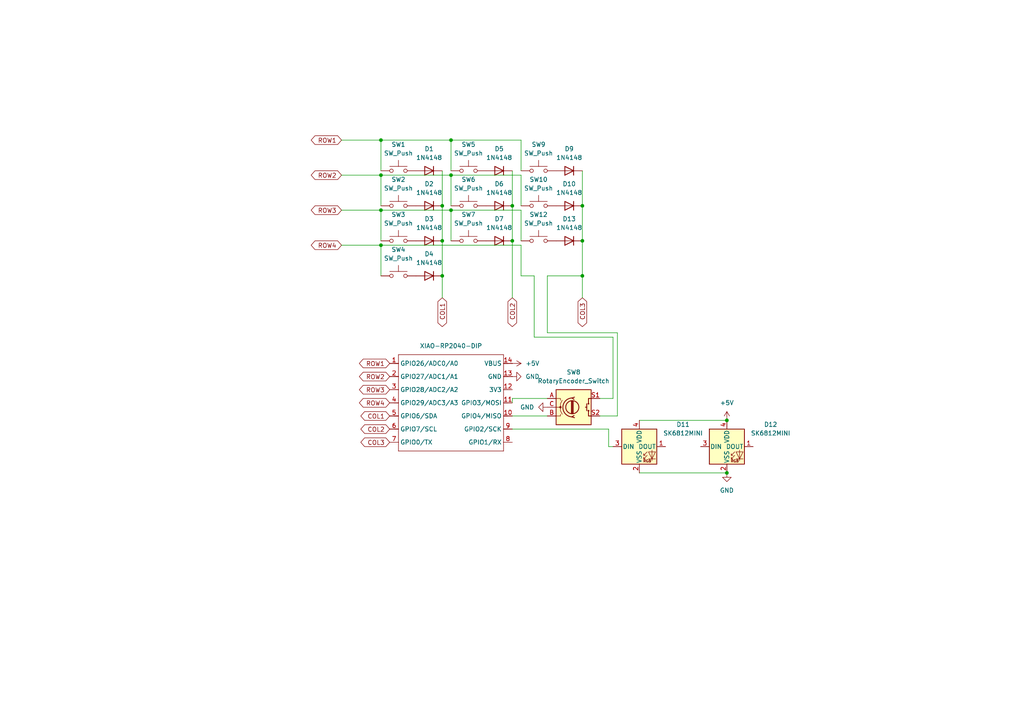
<source format=kicad_sch>
(kicad_sch (version 20250114) (generator "eeschema") (generator_version "9.0")
  (paper "A4")
  (lib_symbols
    (symbol "Device:RotaryEncoder_Switch" (pin_names (offset 0.254) (hide yes))
      (property "Reference" "SW" (at 0 6.604 0))
      (property "Value" "RotaryEncoder_Switch" (at 0 -6.604 0))
      (symbol "RotaryEncoder_Switch_0_1"
        (rectangle (start -5.08 5.08) (end 5.08 -5.08) (stroke (width 0.254)) (fill (type background)))
        (polyline (pts (xy -5.08 2.54) (xy -3.81 2.54) (xy -3.81 2.032)))
        (polyline (pts (xy -5.08 0) (xy -3.81 0) (xy -3.81 -1.016) (xy -3.302 -2.032)))
        (polyline (pts (xy -5.08 -2.54) (xy -3.81 -2.54) (xy -3.81 -2.032)))
        (polyline (pts (xy -4.318 0) (xy -3.81 0) (xy -3.81 1.016) (xy -3.302 2.032)))
        (circle (center -3.81 0) (radius 0.254) (fill (type outline)))
        (polyline (pts (xy -0.635 -1.778) (xy -0.635 1.778)) (stroke (width 0.254)))
        (circle (center -0.381 0) (radius 1.905) (stroke (width 0.254)))
        (polyline (pts (xy -0.381 -1.778) (xy -0.381 1.778)) (stroke (width 0.254)))
        (arc (start -0.381 -2.794) (mid -3.0988 -0.0635) (end -0.381 2.667) (stroke (width 0.254)))
        (polyline (pts (xy -0.127 1.778) (xy -0.127 -1.778)) (stroke (width 0.254)))
        (polyline (pts (xy 0.254 2.921) (xy -0.508 2.667) (xy 0.127 2.286)) (stroke (width 0.254)))
        (polyline (pts (xy 0.254 -3.048) (xy -0.508 -2.794) (xy 0.127 -2.413)) (stroke (width 0.254)))
        (polyline (pts (xy 3.81 1.016) (xy 3.81 -1.016)) (stroke (width 0.254)))
        (polyline (pts (xy 3.81 0) (xy 3.429 0)) (stroke (width 0.254)))
        (circle (center 4.318 1.016) (radius 0.127) (stroke (width 0.254)))
        (circle (center 4.318 -1.016) (radius 0.127) (stroke (width 0.254)))
        (polyline (pts (xy 5.08 2.54) (xy 4.318 2.54) (xy 4.318 1.016)) (stroke (width 0.254)))
        (polyline (pts (xy 5.08 -2.54) (xy 4.318 -2.54) (xy 4.318 -1.016)) (stroke (width 0.254)))
      )
      (symbol "RotaryEncoder_Switch_1_1"
        (pin passive line (at -7.62 2.54 0) (length 2.54) (name "A") (number "A"))
        (pin passive line (at -7.62 0 0) (length 2.54) (name "C") (number "C"))
        (pin passive line (at -7.62 -2.54 0) (length 2.54) (name "B") (number "B"))
        (pin passive line (at 7.62 2.54 180) (length 2.54) (name "S1") (number "S1"))
        (pin passive line (at 7.62 -2.54 180) (length 2.54) (name "S2") (number "S2"))
      )
    )
    (symbol "Diode:1N4148" (pin_numbers (hide yes)) (pin_names (hide yes))
      (property "Reference" "D" (at 0 2.54 0))
      (property "Value" "1N4148" (at 0 -2.54 0))
      (symbol "1N4148_0_1"
        (polyline (pts (xy -1.27 1.27) (xy -1.27 -1.27)) (stroke (width 0.254)))
        (polyline (pts (xy 1.27 1.27) (xy 1.27 -1.27) (xy -1.27 0) (xy 1.27 1.27)) (stroke (width 0.254)))
        (polyline (pts (xy 1.27 0) (xy -1.27 0)))
      )
      (symbol "1N4148_1_1"
        (pin passive line (at -3.81 0 0) (length 2.54) (name "K") (number "1"))
        (pin passive line (at 3.81 0 180) (length 2.54) (name "A") (number "2"))
      )
    )
    (symbol "LED:SK6812MINI" (pin_names (offset 0.254))
      (property "Reference" "D" (at 5.08 5.715 0))
      (property "Value" "SK6812MINI" (at 1.27 -5.715 0))
      (symbol "SK6812MINI_0_0"
        (text "RGB" (at 2.286 -4.191 0) (effects (font (size 0.762 0.762))))
      )
      (symbol "SK6812MINI_0_1"
        (polyline (pts (xy 1.27 -2.54) (xy 1.778 -2.54)))
        (polyline (pts (xy 1.27 -3.556) (xy 1.778 -3.556)))
        (polyline (pts (xy 2.286 -1.524) (xy 1.27 -2.54) (xy 1.27 -2.032)))
        (polyline (pts (xy 2.286 -2.54) (xy 1.27 -3.556) (xy 1.27 -3.048)))
        (polyline (pts (xy 3.683 -1.016) (xy 3.683 -3.556) (xy 3.683 -4.064)))
        (polyline (pts (xy 4.699 -1.524) (xy 2.667 -1.524) (xy 3.683 -3.556) (xy 4.699 -1.524)))
        (polyline (pts (xy 4.699 -3.556) (xy 2.667 -3.556)))
        (rectangle (start 5.08 5.08) (end -5.08 -5.08) (stroke (width 0.254)) (fill (type background)))
      )
      (symbol "SK6812MINI_1_1"
        (pin input line (at -7.62 0 0) (length 2.54) (name "DIN") (number "3"))
        (pin power_in line (at 0 7.62 270) (length 2.54) (name "VDD") (number "4"))
        (pin power_in line (at 0 -7.62 90) (length 2.54) (name "VSS") (number "2"))
        (pin output line (at 7.62 0 180) (length 2.54) (name "DOUT") (number "1"))
      )
    )
    (symbol "OPL:XIAO-RP2040-DIP"
      (property "Reference" "U" (at 0 0 0))
      (property "Value" "XIAO-RP2040-DIP" (at 5.334 -1.778 0))
      (symbol "XIAO-RP2040-DIP_1_0"
        (polyline (pts (xy -1.27 -2.54) (xy 29.21 -2.54)) (stroke (width 0.1524)))
        (polyline (pts (xy -1.27 -5.08) (xy -2.54 -5.08)) (stroke (width 0.1524)))
        (polyline (pts (xy -1.27 -5.08) (xy -1.27 -2.54)) (stroke (width 0.1524)))
        (polyline (pts (xy -1.27 -8.89) (xy -2.54 -8.89)) (stroke (width 0.1524)))
        (polyline (pts (xy -1.27 -8.89) (xy -1.27 -5.08)) (stroke (width 0.1524)))
        (polyline (pts (xy -1.27 -12.7) (xy -2.54 -12.7)) (stroke (width 0.1524)))
        (polyline (pts (xy -1.27 -12.7) (xy -1.27 -8.89)) (stroke (width 0.1524)))
        (polyline (pts (xy -1.27 -16.51) (xy -2.54 -16.51)) (stroke (width 0.1524)))
        (polyline (pts (xy -1.27 -16.51) (xy -1.27 -12.7)) (stroke (width 0.1524)))
        (polyline (pts (xy -1.27 -20.32) (xy -2.54 -20.32)) (stroke (width 0.1524)))
        (polyline (pts (xy -1.27 -24.13) (xy -2.54 -24.13)) (stroke (width 0.1524)))
        (polyline (pts (xy -1.27 -27.94) (xy -2.54 -27.94)) (stroke (width 0.1524)))
        (polyline (pts (xy -1.27 -30.48) (xy -1.27 -16.51)) (stroke (width 0.1524)))
        (polyline (pts (xy 29.21 -2.54) (xy 29.21 -5.08)) (stroke (width 0.1524)))
        (polyline (pts (xy 29.21 -5.08) (xy 29.21 -8.89)) (stroke (width 0.1524)))
        (polyline (pts (xy 29.21 -8.89) (xy 29.21 -12.7)) (stroke (width 0.1524)))
        (polyline (pts (xy 29.21 -12.7) (xy 29.21 -30.48)) (stroke (width 0.1524)))
        (polyline (pts (xy 29.21 -30.48) (xy -1.27 -30.48)) (stroke (width 0.1524)))
        (polyline (pts (xy 30.48 -5.08) (xy 29.21 -5.08)) (stroke (width 0.1524)))
        (polyline (pts (xy 30.48 -8.89) (xy 29.21 -8.89)) (stroke (width 0.1524)))
        (polyline (pts (xy 30.48 -12.7) (xy 29.21 -12.7)) (stroke (width 0.1524)))
        (polyline (pts (xy 30.48 -16.51) (xy 29.21 -16.51)) (stroke (width 0.1524)))
        (polyline (pts (xy 30.48 -20.32) (xy 29.21 -20.32)) (stroke (width 0.1524)))
        (polyline (pts (xy 30.48 -24.13) (xy 29.21 -24.13)) (stroke (width 0.1524)))
        (polyline (pts (xy 30.48 -27.94) (xy 29.21 -27.94)) (stroke (width 0.1524)))
        (pin passive line (at -3.81 -5.08 0) (length 2.54) (name "GPIO26/ADC0/A0") (number "1"))
        (pin passive line (at -3.81 -8.89 0) (length 2.54) (name "GPIO27/ADC1/A1") (number "2"))
        (pin passive line (at -3.81 -12.7 0) (length 2.54) (name "GPIO28/ADC2/A2") (number "3"))
        (pin passive line (at -3.81 -16.51 0) (length 2.54) (name "GPIO29/ADC3/A3") (number "4"))
        (pin passive line (at -3.81 -20.32 0) (length 2.54) (name "GPIO6/SDA") (number "5"))
        (pin passive line (at -3.81 -24.13 0) (length 2.54) (name "GPIO7/SCL") (number "6"))
        (pin passive line (at -3.81 -27.94 0) (length 2.54) (name "GPIO0/TX") (number "7"))
        (pin passive line (at 31.75 -5.08 180) (length 2.54) (name "VBUS") (number "14"))
        (pin passive line (at 31.75 -8.89 180) (length 2.54) (name "GND") (number "13"))
        (pin passive line (at 31.75 -12.7 180) (length 2.54) (name "3V3") (number "12"))
        (pin passive line (at 31.75 -16.51 180) (length 2.54) (name "GPIO3/MOSI") (number "11"))
        (pin passive line (at 31.75 -20.32 180) (length 2.54) (name "GPIO4/MISO") (number "10"))
        (pin passive line (at 31.75 -24.13 180) (length 2.54) (name "GPIO2/SCK") (number "9"))
        (pin passive line (at 31.75 -27.94 180) (length 2.54) (name "GPIO1/RX") (number "8"))
      )
    )
    (symbol "Switch:SW_Push" (pin_numbers (hide yes)) (pin_names (offset 1.016) (hide yes))
      (property "Reference" "SW" (at 1.27 2.54 0))
      (property "Value" "SW_Push" (at 0 -1.524 0))
      (symbol "SW_Push_0_1"
        (circle (center -2.032 0) (radius 0.508))
        (polyline (pts (xy 0 1.27) (xy 0 3.048)))
        (circle (center 2.032 0) (radius 0.508))
        (polyline (pts (xy 2.54 1.27) (xy -2.54 1.27)))
        (pin passive line (at -5.08 0 0) (length 2.54) (name "1") (number "1"))
        (pin passive line (at 5.08 0 180) (length 2.54) (name "2") (number "2"))
      )
    )
    (symbol "power:+5V" (power) (pin_numbers (hide yes)) (pin_names (offset 0) (hide yes))
      (property "Value" "+5V" (at 0 3.556 0))
      (symbol "+5V_0_1"
        (polyline (pts (xy -0.762 1.27) (xy 0 2.54)))
        (polyline (pts (xy 0 2.54) (xy 0.762 1.27)))
        (polyline (pts (xy 0 0) (xy 0 2.54)))
      )
      (symbol "+5V_1_1"
        (pin power_in line (at 0 0 90) (length 0) (name "~") (number "1"))
      )
    )
    (symbol "power:GND" (power) (pin_numbers (hide yes)) (pin_names (offset 0) (hide yes))
      (property "Value" "GND" (at 0 -3.81 0))
      (symbol "GND_0_1"
        (polyline (pts (xy 0 0) (xy 0 -1.27) (xy 1.27 -1.27) (xy 0 -2.54) (xy -1.27 -1.27) (xy 0 -1.27)))
      )
      (symbol "GND_1_1"
        (pin power_in line (at 0 0 270) (length 0) (name "~") (number "1"))
      )
    )
  )
  (junction (at 128.27 80.01))
  (junction (at 128.27 59.69))
  (junction (at 148.59 69.85))
  (junction (at 168.91 59.69))
  (junction (at 168.91 69.85))
  (junction (at 128.27 69.85))
  (junction (at 168.91 80.01))
  (junction (at 130.81 60.96))
  (junction (at 130.81 40.64))
  (junction (at 148.59 59.69))
  (junction (at 130.81 50.8))
  (junction (at 110.49 71.12))
  (junction (at 210.82 137.16))
  (junction (at 110.49 50.8))
  (junction (at 110.49 40.64))
  (junction (at 110.49 60.96))
  (junction (at 210.82 121.92))
  (wire (pts (xy 148.59 69.85) (xy 148.59 86.36)))
  (wire (pts (xy 179.07 96.52) (xy 158.75 96.52)))
  (wire (pts (xy 99.06 60.96) (xy 110.49 60.96)))
  (wire (pts (xy 110.49 49.53) (xy 110.49 40.64)))
  (wire (pts (xy 179.07 120.65) (xy 179.07 96.52)))
  (wire (pts (xy 99.06 50.8) (xy 110.49 50.8)))
  (wire (pts (xy 151.13 49.53) (xy 151.13 40.64)))
  (wire (pts (xy 130.81 60.96) (xy 130.81 69.85)))
  (wire (pts (xy 177.8 97.79) (xy 154.94 97.79)))
  (wire (pts (xy 128.27 80.01) (xy 128.27 86.36)))
  (wire (pts (xy 154.94 80.01) (xy 151.13 80.01)))
  (wire (pts (xy 168.91 80.01) (xy 168.91 86.36)))
  (wire (pts (xy 130.81 40.64) (xy 151.13 40.64)))
  (wire (pts (xy 148.59 120.65) (xy 158.75 120.65)))
  (wire (pts (xy 173.99 115.57) (xy 177.8 115.57)))
  (wire (pts (xy 151.13 80.01) (xy 151.13 71.12)))
  (wire (pts (xy 168.91 59.69) (xy 168.91 69.85)))
  (wire (pts (xy 176.53 129.54) (xy 176.53 124.46)))
  (wire (pts (xy 128.27 49.53) (xy 128.27 59.69)))
  (wire (pts (xy 168.91 69.85) (xy 168.91 80.01)))
  (wire (pts (xy 110.49 50.8) (xy 130.81 50.8)))
  (wire (pts (xy 151.13 69.85) (xy 151.13 60.96)))
  (wire (pts (xy 185.42 121.92) (xy 210.82 121.92)))
  (wire (pts (xy 110.49 71.12) (xy 151.13 71.12)))
  (wire (pts (xy 130.81 50.8) (xy 151.13 50.8)))
  (wire (pts (xy 148.59 115.57) (xy 148.59 116.84)))
  (wire (pts (xy 158.75 115.57) (xy 148.59 115.57)))
  (wire (pts (xy 110.49 80.01) (xy 110.49 71.12)))
  (wire (pts (xy 130.81 60.96) (xy 151.13 60.96)))
  (wire (pts (xy 130.81 50.8) (xy 130.81 59.69)))
  (wire (pts (xy 154.94 97.79) (xy 154.94 80.01)))
  (wire (pts (xy 168.91 49.53) (xy 168.91 59.69)))
  (wire (pts (xy 130.81 40.64) (xy 130.81 49.53)))
  (wire (pts (xy 158.75 80.01) (xy 168.91 80.01)))
  (wire (pts (xy 99.06 40.64) (xy 110.49 40.64)))
  (wire (pts (xy 148.59 59.69) (xy 148.59 69.85)))
  (wire (pts (xy 176.53 129.54) (xy 177.8 129.54)))
  (wire (pts (xy 128.27 59.69) (xy 128.27 69.85)))
  (wire (pts (xy 128.27 69.85) (xy 128.27 80.01)))
  (wire (pts (xy 110.49 69.85) (xy 110.49 60.96)))
  (wire (pts (xy 148.59 49.53) (xy 148.59 59.69)))
  (wire (pts (xy 177.8 115.57) (xy 177.8 97.79)))
  (wire (pts (xy 176.53 124.46) (xy 148.59 124.46)))
  (wire (pts (xy 173.99 120.65) (xy 179.07 120.65)))
  (wire (pts (xy 185.42 137.16) (xy 210.82 137.16)))
  (wire (pts (xy 151.13 59.69) (xy 151.13 50.8)))
  (wire (pts (xy 110.49 59.69) (xy 110.49 50.8)))
  (wire (pts (xy 110.49 60.96) (xy 130.81 60.96)))
  (wire (pts (xy 99.06 71.12) (xy 110.49 71.12)))
  (wire (pts (xy 158.75 96.52) (xy 158.75 80.01)))
  (wire (pts (xy 110.49 40.64) (xy 130.81 40.64)))
  (global_label "COL1" (shape bidirectional) (at 128.27 86.36 270) (property "Intersheetrefs" "${INTERSHEET_REFS}" (effects (hide yes))))
  (global_label "ROW2" (shape bidirectional) (at 99.06 50.8 180) (property "Intersheetrefs" "${INTERSHEET_REFS}" (effects (hide yes))))
  (global_label "ROW1" (shape bidirectional) (at 99.06 40.64 180) (property "Intersheetrefs" "${INTERSHEET_REFS}" (effects (hide yes))))
  (global_label "COL2" (shape bidirectional) (at 148.59 86.36 270) (property "Intersheetrefs" "${INTERSHEET_REFS}" (effects (hide yes))))
  (global_label "ROW4" (shape bidirectional) (at 99.06 71.12 180) (property "Intersheetrefs" "${INTERSHEET_REFS}" (effects (hide yes))))
  (global_label "ROW1" (shape bidirectional) (at 113.03 105.41 180) (property "Intersheetrefs" "${INTERSHEET_REFS}" (effects (hide yes))))
  (global_label "ROW4" (shape bidirectional) (at 113.03 116.84 180) (property "Intersheetrefs" "${INTERSHEET_REFS}" (effects (hide yes))))
  (global_label "COL1" (shape bidirectional) (at 113.03 120.65 180) (property "Intersheetrefs" "${INTERSHEET_REFS}" (effects (hide yes))))
  (global_label "ROW3" (shape bidirectional) (at 113.03 113.03 180) (property "Intersheetrefs" "${INTERSHEET_REFS}" (effects (hide yes))))
  (global_label "COL3" (shape bidirectional) (at 113.03 128.27 180) (property "Intersheetrefs" "${INTERSHEET_REFS}" (effects (hide yes))))
  (global_label "ROW3" (shape bidirectional) (at 99.06 60.96 180) (property "Intersheetrefs" "${INTERSHEET_REFS}" (effects (hide yes))))
  (global_label "COL2" (shape bidirectional) (at 113.03 124.46 180) (property "Intersheetrefs" "${INTERSHEET_REFS}" (effects (hide yes))))
  (global_label "COL3" (shape bidirectional) (at 168.91 86.36 270) (property "Intersheetrefs" "${INTERSHEET_REFS}" (effects (hide yes))))
  (global_label "ROW2" (shape bidirectional) (at 113.03 109.22 180) (property "Intersheetrefs" "${INTERSHEET_REFS}" (effects (hide yes))))
  (symbol (lib_id "Switch:SW_Push") (at 115.57 59.69 0) (unit 1)
    (property "Reference" "SW2" (at 115.57 52.07 0))
    (property "Value" "SW_Push" (at 115.57 54.61 0))
    (property "Footprint" "Button_Switch_Keyboard:SW_Cherry_MX_1.00u_PCB" (effects (hide yes)))
    (property "Description" "Push button switch, generic, two pins" (effects (hide yes)))
  )
  (symbol (lib_id "Diode:1N4148") (at 165.1 69.85 180) (unit 1)
    (property "Reference" "D13" (at 165.1 63.5 0))
    (property "Value" "1N4148" (at 165.1 66.04 0))
    (property "Footprint" "Diode_THT:D_DO-35_SOD27_P7.62mm_Horizontal" (effects (hide yes)))
    (property "Datasheet" "https://assets.nexperia.com/documents/data-sheet/1N4148_1N4448.pdf" (effects (hide yes)))
    (property "Description" "100V 0.15A standard switching diode, DO-35" (effects (hide yes)))
    (property "Sim.Device" "D" (effects (hide yes)))
    (property "Sim.Pins" "1=K 2=A" (effects (hide yes)))
  )
  (symbol (lib_id "OPL:XIAO-RP2040-DIP") (at 116.84 100.33 0) (unit 1)
    (property "Reference" "U1" (effects (hide yes)))
    (property "Value" "XIAO-RP2040-DIP" (at 130.81 100.33 0))
    (property "Footprint" "OPL:XIAO-RP2040-DIP" (effects (hide yes)))
  )
  (symbol (lib_id "power:GND") (at 158.75 118.11 270) (unit 1)
    (property "Reference" "#PWR03" (effects (hide yes)))
    (property "Value" "GND" (at 154.94 118.1099 90) (effects (justify right)))
    (property "Description" "Power symbol creates a global label with name \"GND\" , ground" (effects (hide yes)))
  )
  (symbol (lib_id "Diode:1N4148") (at 124.46 59.69 180) (unit 1)
    (property "Reference" "D2" (at 124.46 53.34 0))
    (property "Value" "1N4148" (at 124.46 55.88 0))
    (property "Footprint" "Diode_THT:D_DO-35_SOD27_P7.62mm_Horizontal" (effects (hide yes)))
    (property "Datasheet" "https://assets.nexperia.com/documents/data-sheet/1N4148_1N4448.pdf" (effects (hide yes)))
    (property "Description" "100V 0.15A standard switching diode, DO-35" (effects (hide yes)))
    (property "Sim.Device" "D" (effects (hide yes)))
    (property "Sim.Pins" "1=K 2=A" (effects (hide yes)))
  )
  (symbol (lib_id "LED:SK6812MINI") (at 210.82 129.54 0) (unit 1)
    (property "Reference" "D12" (at 223.52 123.1198 0))
    (property "Value" "SK6812MINI" (at 223.52 125.6598 0))
    (property "Footprint" "LED_SMD:LED_SK6812MINI_PLCC4_3.5x3.5mm_P1.75mm" (effects (hide yes)))
    (property "Datasheet" "https://cdn-shop.adafruit.com/product-files/2686/SK6812MINI_REV.01-1-2.pdf" (effects (hide yes)))
    (property "Description" "RGB LED with integrated controller" (effects (hide yes)))
  )
  (symbol (lib_id "Switch:SW_Push") (at 115.57 80.01 0) (unit 1)
    (property "Reference" "SW4" (at 115.57 72.39 0))
    (property "Value" "SW_Push" (at 115.57 74.93 0))
    (property "Footprint" "Button_Switch_Keyboard:SW_Cherry_MX_1.00u_PCB" (effects (hide yes)))
    (property "Description" "Push button switch, generic, two pins" (effects (hide yes)))
  )
  (symbol (lib_id "Diode:1N4148") (at 144.78 49.53 180) (unit 1)
    (property "Reference" "D5" (at 144.78 43.18 0))
    (property "Value" "1N4148" (at 144.78 45.72 0))
    (property "Footprint" "Diode_THT:D_DO-35_SOD27_P7.62mm_Horizontal" (effects (hide yes)))
    (property "Datasheet" "https://assets.nexperia.com/documents/data-sheet/1N4148_1N4448.pdf" (effects (hide yes)))
    (property "Description" "100V 0.15A standard switching diode, DO-35" (effects (hide yes)))
    (property "Sim.Device" "D" (effects (hide yes)))
    (property "Sim.Pins" "1=K 2=A" (effects (hide yes)))
  )
  (symbol (lib_id "Switch:SW_Push") (at 135.89 49.53 0) (unit 1)
    (property "Reference" "SW5" (at 135.89 41.91 0))
    (property "Value" "SW_Push" (at 135.89 44.45 0))
    (property "Footprint" "Button_Switch_Keyboard:SW_Cherry_MX_1.00u_PCB" (effects (hide yes)))
    (property "Description" "Push button switch, generic, two pins" (effects (hide yes)))
  )
  (symbol (lib_id "Diode:1N4148") (at 124.46 69.85 180) (unit 1)
    (property "Reference" "D3" (at 124.46 63.5 0))
    (property "Value" "1N4148" (at 124.46 66.04 0))
    (property "Footprint" "Diode_THT:D_DO-35_SOD27_P7.62mm_Horizontal" (effects (hide yes)))
    (property "Datasheet" "https://assets.nexperia.com/documents/data-sheet/1N4148_1N4448.pdf" (effects (hide yes)))
    (property "Description" "100V 0.15A standard switching diode, DO-35" (effects (hide yes)))
    (property "Sim.Device" "D" (effects (hide yes)))
    (property "Sim.Pins" "1=K 2=A" (effects (hide yes)))
  )
  (symbol (lib_id "power:+5V") (at 210.82 121.92 0) (unit 1)
    (property "Reference" "#PWR04" (effects (hide yes)))
    (property "Value" "+5V" (at 210.82 116.84 0))
    (property "Description" "Power symbol creates a global label with name \"+5V\"" (effects (hide yes)))
  )
  (symbol (lib_id "Diode:1N4148") (at 165.1 59.69 180) (unit 1)
    (property "Reference" "D10" (at 165.1 53.34 0))
    (property "Value" "1N4148" (at 165.1 55.88 0))
    (property "Footprint" "Diode_THT:D_DO-35_SOD27_P7.62mm_Horizontal" (effects (hide yes)))
    (property "Datasheet" "https://assets.nexperia.com/documents/data-sheet/1N4148_1N4448.pdf" (effects (hide yes)))
    (property "Description" "100V 0.15A standard switching diode, DO-35" (effects (hide yes)))
    (property "Sim.Device" "D" (effects (hide yes)))
    (property "Sim.Pins" "1=K 2=A" (effects (hide yes)))
  )
  (symbol (lib_id "LED:SK6812MINI") (at 185.42 129.54 0) (unit 1)
    (property "Reference" "D11" (at 198.12 123.1198 0))
    (property "Value" "SK6812MINI" (at 198.12 125.6598 0))
    (property "Footprint" "LED_SMD:LED_SK6812MINI_PLCC4_3.5x3.5mm_P1.75mm" (effects (hide yes)))
    (property "Datasheet" "https://cdn-shop.adafruit.com/product-files/2686/SK6812MINI_REV.01-1-2.pdf" (effects (hide yes)))
    (property "Description" "RGB LED with integrated controller" (effects (hide yes)))
  )
  (symbol (lib_id "Switch:SW_Push") (at 156.21 69.85 0) (unit 1)
    (property "Reference" "SW12" (at 156.21 62.23 0))
    (property "Value" "SW_Push" (at 156.21 64.77 0))
    (property "Footprint" "Button_Switch_Keyboard:SW_Cherry_MX_1.00u_PCB" (effects (hide yes)))
    (property "Description" "Push button switch, generic, two pins" (effects (hide yes)))
  )
  (symbol (lib_id "Switch:SW_Push") (at 156.21 49.53 0) (unit 1)
    (property "Reference" "SW9" (at 156.21 41.91 0))
    (property "Value" "SW_Push" (at 156.21 44.45 0))
    (property "Footprint" "Button_Switch_Keyboard:SW_Cherry_MX_1.00u_PCB" (effects (hide yes)))
    (property "Description" "Push button switch, generic, two pins" (effects (hide yes)))
  )
  (symbol (lib_id "Switch:SW_Push") (at 115.57 69.85 0) (unit 1)
    (property "Reference" "SW3" (at 115.57 62.23 0))
    (property "Value" "SW_Push" (at 115.57 64.77 0))
    (property "Footprint" "Button_Switch_Keyboard:SW_Cherry_MX_1.00u_PCB" (effects (hide yes)))
    (property "Description" "Push button switch, generic, two pins" (effects (hide yes)))
  )
  (symbol (lib_id "Switch:SW_Push") (at 135.89 59.69 0) (unit 1)
    (property "Reference" "SW6" (at 135.89 52.07 0))
    (property "Value" "SW_Push" (at 135.89 54.61 0))
    (property "Footprint" "Button_Switch_Keyboard:SW_Cherry_MX_1.00u_PCB" (effects (hide yes)))
    (property "Description" "Push button switch, generic, two pins" (effects (hide yes)))
  )
  (symbol (lib_id "Diode:1N4148") (at 124.46 49.53 180) (unit 1)
    (property "Reference" "D1" (at 124.46 43.18 0))
    (property "Value" "1N4148" (at 124.46 45.72 0))
    (property "Footprint" "Diode_THT:D_DO-35_SOD27_P7.62mm_Horizontal" (effects (hide yes)))
    (property "Datasheet" "https://assets.nexperia.com/documents/data-sheet/1N4148_1N4448.pdf" (effects (hide yes)))
    (property "Description" "100V 0.15A standard switching diode, DO-35" (effects (hide yes)))
    (property "Sim.Device" "D" (effects (hide yes)))
    (property "Sim.Pins" "1=K 2=A" (effects (hide yes)))
  )
  (symbol (lib_id "power:GND") (at 210.82 137.16 0) (unit 1)
    (property "Reference" "#PWR05" (effects (hide yes)))
    (property "Value" "GND" (at 210.82 142.24 0))
    (property "Description" "Power symbol creates a global label with name \"GND\" , ground" (effects (hide yes)))
  )
  (symbol (lib_id "Diode:1N4148") (at 124.46 80.01 180) (unit 1)
    (property "Reference" "D4" (at 124.46 73.66 0))
    (property "Value" "1N4148" (at 124.46 76.2 0))
    (property "Footprint" "Diode_THT:D_DO-35_SOD27_P7.62mm_Horizontal" (effects (hide yes)))
    (property "Datasheet" "https://assets.nexperia.com/documents/data-sheet/1N4148_1N4448.pdf" (effects (hide yes)))
    (property "Description" "100V 0.15A standard switching diode, DO-35" (effects (hide yes)))
    (property "Sim.Device" "D" (effects (hide yes)))
    (property "Sim.Pins" "1=K 2=A" (effects (hide yes)))
  )
  (symbol (lib_id "power:GND") (at 148.59 109.22 90) (unit 1)
    (property "Reference" "#PWR02" (effects (hide yes)))
    (property "Value" "GND" (at 152.4 109.2199 90) (effects (justify right)))
    (property "Description" "Power symbol creates a global label with name \"GND\" , ground" (effects (hide yes)))
  )
  (symbol (lib_id "Switch:SW_Push") (at 156.21 59.69 0) (unit 1)
    (property "Reference" "SW10" (at 156.21 52.07 0))
    (property "Value" "SW_Push" (at 156.21 54.61 0))
    (property "Footprint" "Button_Switch_Keyboard:SW_Cherry_MX_1.00u_PCB" (effects (hide yes)))
    (property "Description" "Push button switch, generic, two pins" (effects (hide yes)))
  )
  (symbol (lib_id "Diode:1N4148") (at 144.78 59.69 180) (unit 1)
    (property "Reference" "D6" (at 144.78 53.34 0))
    (property "Value" "1N4148" (at 144.78 55.88 0))
    (property "Footprint" "Diode_THT:D_DO-35_SOD27_P7.62mm_Horizontal" (effects (hide yes)))
    (property "Datasheet" "https://assets.nexperia.com/documents/data-sheet/1N4148_1N4448.pdf" (effects (hide yes)))
    (property "Description" "100V 0.15A standard switching diode, DO-35" (effects (hide yes)))
    (property "Sim.Device" "D" (effects (hide yes)))
    (property "Sim.Pins" "1=K 2=A" (effects (hide yes)))
  )
  (symbol (lib_id "Diode:1N4148") (at 144.78 69.85 180) (unit 1)
    (property "Reference" "D7" (at 144.78 63.5 0))
    (property "Value" "1N4148" (at 144.78 66.04 0))
    (property "Footprint" "Diode_THT:D_DO-35_SOD27_P7.62mm_Horizontal" (effects (hide yes)))
    (property "Datasheet" "https://assets.nexperia.com/documents/data-sheet/1N4148_1N4448.pdf" (effects (hide yes)))
    (property "Description" "100V 0.15A standard switching diode, DO-35" (effects (hide yes)))
    (property "Sim.Device" "D" (effects (hide yes)))
    (property "Sim.Pins" "1=K 2=A" (effects (hide yes)))
  )
  (symbol (lib_id "Switch:SW_Push") (at 135.89 69.85 0) (unit 1)
    (property "Reference" "SW7" (at 135.89 62.23 0))
    (property "Value" "SW_Push" (at 135.89 64.77 0))
    (property "Footprint" "Button_Switch_Keyboard:SW_Cherry_MX_1.00u_PCB" (effects (hide yes)))
    (property "Description" "Push button switch, generic, two pins" (effects (hide yes)))
  )
  (symbol (lib_id "Diode:1N4148") (at 165.1 49.53 180) (unit 1)
    (property "Reference" "D9" (at 165.1 43.18 0))
    (property "Value" "1N4148" (at 165.1 45.72 0))
    (property "Footprint" "Diode_THT:D_DO-35_SOD27_P7.62mm_Horizontal" (effects (hide yes)))
    (property "Datasheet" "https://assets.nexperia.com/documents/data-sheet/1N4148_1N4448.pdf" (effects (hide yes)))
    (property "Description" "100V 0.15A standard switching diode, DO-35" (effects (hide yes)))
    (property "Sim.Device" "D" (effects (hide yes)))
    (property "Sim.Pins" "1=K 2=A" (effects (hide yes)))
  )
  (symbol (lib_id "power:+5V") (at 148.59 105.41 270) (unit 1)
    (property "Reference" "#PWR01" (effects (hide yes)))
    (property "Value" "+5V" (at 152.4 105.4099 90) (effects (justify left)))
    (property "Description" "Power symbol creates a global label with name \"+5V\"" (effects (hide yes)))
  )
  (symbol (lib_id "Switch:SW_Push") (at 115.57 49.53 0) (unit 1)
    (property "Reference" "SW1" (at 115.57 41.91 0))
    (property "Value" "SW_Push" (at 115.57 44.45 0))
    (property "Footprint" "Button_Switch_Keyboard:SW_Cherry_MX_1.00u_PCB" (effects (hide yes)))
    (property "Description" "Push button switch, generic, two pins" (effects (hide yes)))
  )
  (symbol (lib_id "Device:RotaryEncoder_Switch") (at 166.37 118.11 0) (unit 1)
    (property "Reference" "SW8" (at 166.37 107.95 0))
    (property "Value" "RotaryEncoder_Switch" (at 166.37 110.49 0))
    (property "Footprint" "Rotary_Encoder:RotaryEncoder_Alps_EC11E-Switch_Vertical_H20mm_MountingHoles" (effects (hide yes)))
    (property "Description" "Rotary encoder, dual channel, incremental quadrate outputs, with switch" (effects (hide yes)))
  )
)
</source>
